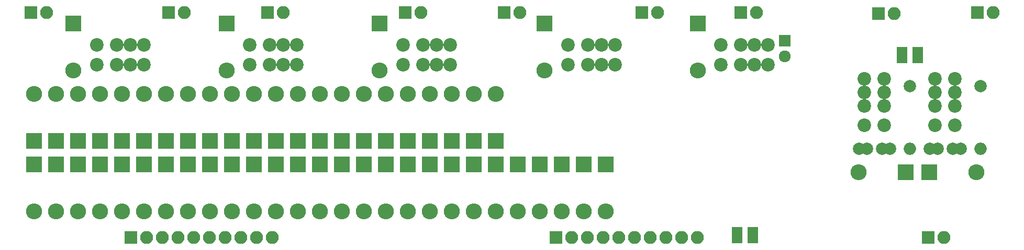
<source format=gts>
G04 #@! TF.FileFunction,Soldermask,Top*
%FSLAX46Y46*%
G04 Gerber Fmt 4.6, Leading zero omitted, Abs format (unit mm)*
G04 Created by KiCad (PCBNEW 4.0.4+e1-6308~48~ubuntu16.04.1-stable) date Mon Jan 22 21:19:12 2018*
%MOMM*%
%LPD*%
G01*
G04 APERTURE LIST*
%ADD10C,0.100000*%
%ADD11R,1.670000X1.370000*%
%ADD12C,2.000000*%
%ADD13O,2.000000X2.000000*%
%ADD14R,2.600000X2.600000*%
%ADD15O,2.600000X2.600000*%
%ADD16R,2.100000X2.100000*%
%ADD17O,2.100000X2.100000*%
%ADD18R,1.924000X1.924000*%
%ADD19C,1.924000*%
%ADD20C,2.200000*%
G04 APERTURE END LIST*
D10*
D11*
X244475000Y-111130000D03*
X244475000Y-109850000D03*
X247015000Y-111130000D03*
X247015000Y-109850000D03*
X217805000Y-139060000D03*
X217805000Y-140340000D03*
X220345000Y-139060000D03*
X220345000Y-140340000D03*
D12*
X245745000Y-115570000D03*
D13*
X245745000Y-125730000D03*
D12*
X257175000Y-115570000D03*
D13*
X257175000Y-125730000D03*
D12*
X241320000Y-125730000D03*
X238820000Y-125730000D03*
X242570000Y-125730000D03*
X237570000Y-125730000D03*
X252750000Y-125730000D03*
X250250000Y-125730000D03*
X254000000Y-125730000D03*
X249000000Y-125730000D03*
D14*
X245110000Y-129540000D03*
D15*
X237490000Y-129540000D03*
D14*
X248920000Y-129540000D03*
D15*
X256540000Y-129540000D03*
D14*
X110490000Y-105410000D03*
D15*
X110490000Y-113030000D03*
D14*
X186690000Y-105410000D03*
D15*
X186690000Y-113030000D03*
D14*
X211455000Y-105410000D03*
D15*
X211455000Y-113030000D03*
D14*
X104140000Y-128270000D03*
D15*
X104140000Y-135890000D03*
D14*
X104140000Y-124460000D03*
D15*
X104140000Y-116840000D03*
D14*
X107696000Y-128270000D03*
D15*
X107696000Y-135890000D03*
D14*
X107696000Y-124460000D03*
D15*
X107696000Y-116840000D03*
D14*
X111252000Y-128270000D03*
D15*
X111252000Y-135890000D03*
D14*
X111252000Y-124460000D03*
D15*
X111252000Y-116840000D03*
D14*
X135255000Y-105410000D03*
D15*
X135255000Y-113030000D03*
D14*
X114808000Y-128270000D03*
D15*
X114808000Y-135890000D03*
D14*
X114808000Y-124460000D03*
D15*
X114808000Y-116840000D03*
D14*
X118364000Y-128270000D03*
D15*
X118364000Y-135890000D03*
D14*
X118364000Y-124460000D03*
D15*
X118364000Y-116840000D03*
D14*
X121920000Y-128270000D03*
D15*
X121920000Y-135890000D03*
D14*
X121920000Y-124460000D03*
D15*
X121920000Y-116840000D03*
D14*
X125476000Y-128270000D03*
D15*
X125476000Y-135890000D03*
D14*
X125476000Y-124460000D03*
D15*
X125476000Y-116840000D03*
D14*
X129032000Y-128270000D03*
D15*
X129032000Y-135890000D03*
D14*
X129032000Y-124460000D03*
D15*
X129032000Y-116840000D03*
D14*
X160020000Y-105410000D03*
D15*
X160020000Y-113030000D03*
D14*
X132588000Y-128270000D03*
D15*
X132588000Y-135890000D03*
D14*
X132588000Y-124460000D03*
D15*
X132588000Y-116840000D03*
D14*
X136144000Y-128270000D03*
D15*
X136144000Y-135890000D03*
D14*
X136144000Y-124460000D03*
D15*
X136144000Y-116840000D03*
D14*
X139700000Y-128270000D03*
D15*
X139700000Y-135890000D03*
D14*
X139700000Y-124460000D03*
D15*
X139700000Y-116840000D03*
D14*
X143256000Y-128270000D03*
D15*
X143256000Y-135890000D03*
D14*
X143256000Y-124460000D03*
D15*
X143256000Y-116840000D03*
D14*
X146812000Y-128270000D03*
D15*
X146812000Y-135890000D03*
D14*
X146812000Y-124460000D03*
D15*
X146812000Y-116840000D03*
D14*
X150368000Y-128270000D03*
D15*
X150368000Y-135890000D03*
D14*
X150368000Y-124460000D03*
D15*
X150368000Y-116840000D03*
D14*
X153924000Y-128270000D03*
D15*
X153924000Y-135890000D03*
D14*
X153924000Y-124460000D03*
D15*
X153924000Y-116840000D03*
D14*
X157480000Y-128270000D03*
D15*
X157480000Y-135890000D03*
D14*
X157480000Y-124460000D03*
D15*
X157480000Y-116840000D03*
D14*
X161036000Y-128270000D03*
D15*
X161036000Y-135890000D03*
D14*
X161036000Y-124460000D03*
D15*
X161036000Y-116840000D03*
D14*
X164592000Y-128270000D03*
D15*
X164592000Y-135890000D03*
D14*
X164592000Y-124460000D03*
D15*
X164592000Y-116840000D03*
D14*
X168148000Y-128270000D03*
D15*
X168148000Y-135890000D03*
D14*
X168148000Y-124460000D03*
D15*
X168148000Y-116840000D03*
D14*
X171704000Y-128270000D03*
D15*
X171704000Y-135890000D03*
D14*
X171704000Y-124460000D03*
D15*
X171704000Y-116840000D03*
D14*
X175260000Y-128270000D03*
D15*
X175260000Y-135890000D03*
D14*
X175260000Y-124460000D03*
D15*
X175260000Y-116840000D03*
D14*
X178816000Y-128270000D03*
D15*
X178816000Y-135890000D03*
D14*
X178816000Y-124460000D03*
D15*
X178816000Y-116840000D03*
D14*
X182372000Y-128270000D03*
D15*
X182372000Y-135890000D03*
D14*
X185928000Y-128270000D03*
D15*
X185928000Y-135890000D03*
D14*
X189484000Y-128270000D03*
D15*
X189484000Y-135890000D03*
D14*
X193040000Y-128270000D03*
D15*
X193040000Y-135890000D03*
D14*
X196596000Y-128270000D03*
D15*
X196596000Y-135890000D03*
D16*
X103620000Y-103620000D03*
D17*
X106160000Y-103620000D03*
D16*
X141900000Y-103620000D03*
D17*
X144440000Y-103620000D03*
D16*
X180180000Y-103620000D03*
D17*
X182720000Y-103620000D03*
D16*
X218460000Y-103620000D03*
D17*
X221000000Y-103620000D03*
D16*
X125870000Y-103620000D03*
D17*
X128410000Y-103620000D03*
D16*
X164150000Y-103620000D03*
D17*
X166690000Y-103620000D03*
D16*
X202430000Y-103620000D03*
D17*
X204970000Y-103620000D03*
D16*
X188570000Y-140130000D03*
D17*
X191110000Y-140130000D03*
X193650000Y-140130000D03*
X196190000Y-140130000D03*
X198730000Y-140130000D03*
X201270000Y-140130000D03*
X203810000Y-140130000D03*
X206350000Y-140130000D03*
X208890000Y-140130000D03*
X211430000Y-140130000D03*
D16*
X119820000Y-140130000D03*
D17*
X122360000Y-140130000D03*
X124900000Y-140130000D03*
X127440000Y-140130000D03*
X129980000Y-140130000D03*
X132520000Y-140130000D03*
X135060000Y-140130000D03*
X137600000Y-140130000D03*
X140140000Y-140130000D03*
X142680000Y-140130000D03*
D16*
X256740000Y-103620000D03*
D17*
X259280000Y-103620000D03*
D16*
X248730000Y-140130000D03*
D17*
X251270000Y-140130000D03*
D16*
X240710000Y-103759000D03*
D17*
X243250000Y-103759000D03*
D18*
X225552000Y-108204000D03*
D19*
X225552000Y-110744000D03*
D20*
X163805000Y-112090000D03*
X167005000Y-112090000D03*
X169205000Y-112090000D03*
X171405000Y-112090000D03*
X171405000Y-108890000D03*
X169205000Y-108890000D03*
X167005000Y-108890000D03*
X163805000Y-108890000D03*
X114275000Y-112090000D03*
X117475000Y-112090000D03*
X119675000Y-112090000D03*
X121875000Y-112090000D03*
X121875000Y-108890000D03*
X119675000Y-108890000D03*
X117475000Y-108890000D03*
X114275000Y-108890000D03*
X215240000Y-112090000D03*
X218440000Y-112090000D03*
X220640000Y-112090000D03*
X222840000Y-112090000D03*
X222840000Y-108890000D03*
X220640000Y-108890000D03*
X218440000Y-108890000D03*
X215240000Y-108890000D03*
X190475000Y-112090000D03*
X193675000Y-112090000D03*
X195875000Y-112090000D03*
X198075000Y-112090000D03*
X198075000Y-108890000D03*
X195875000Y-108890000D03*
X193675000Y-108890000D03*
X190475000Y-108890000D03*
X139040000Y-112090000D03*
X142240000Y-112090000D03*
X144440000Y-112090000D03*
X146640000Y-112090000D03*
X146640000Y-108890000D03*
X144440000Y-108890000D03*
X142240000Y-108890000D03*
X139040000Y-108890000D03*
X253060000Y-121945000D03*
X253060000Y-118745000D03*
X253060000Y-116545000D03*
X253060000Y-114345000D03*
X249860000Y-114345000D03*
X249860000Y-116545000D03*
X249860000Y-118745000D03*
X249860000Y-121945000D03*
X241630000Y-121945000D03*
X241630000Y-118745000D03*
X241630000Y-116545000D03*
X241630000Y-114345000D03*
X238430000Y-114345000D03*
X238430000Y-116545000D03*
X238430000Y-118745000D03*
X238430000Y-121945000D03*
M02*

</source>
